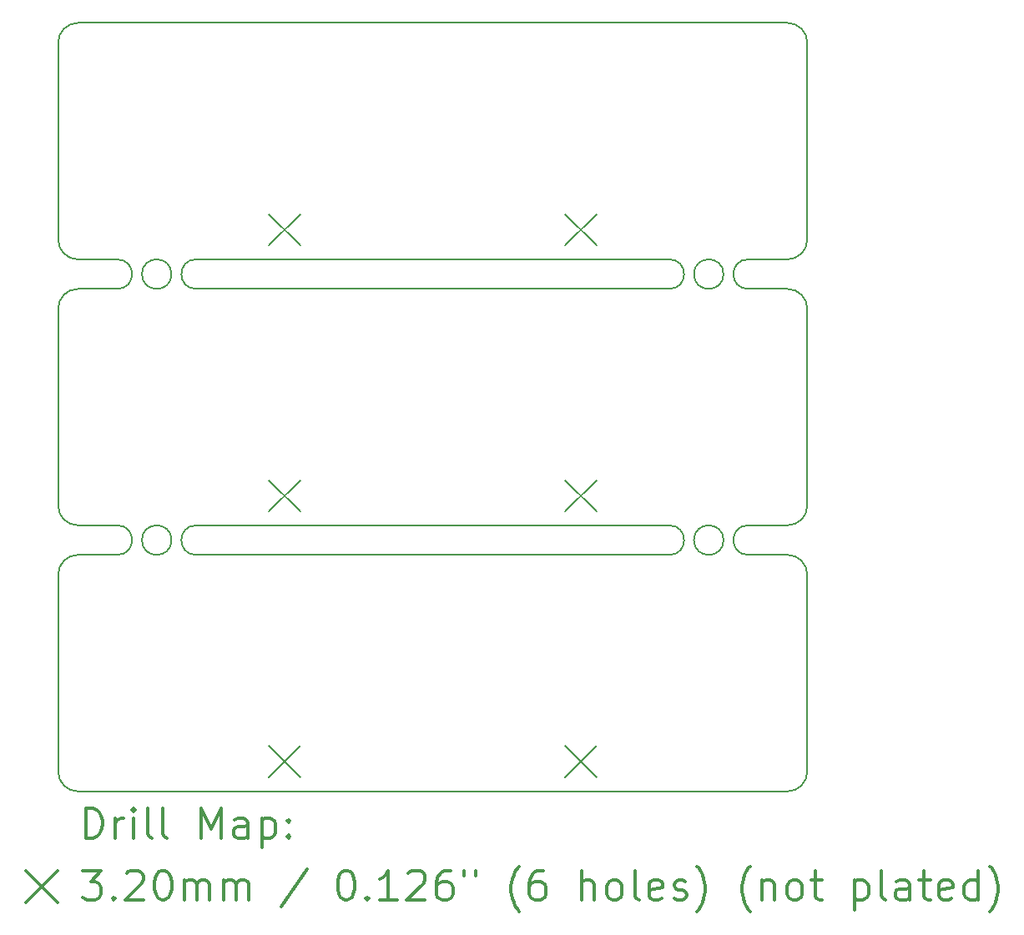
<source format=gbr>
%FSLAX45Y45*%
G04 Gerber Fmt 4.5, Leading zero omitted, Abs format (unit mm)*
G04 Created by KiCad (PCBNEW (5.0.2)-1) date 2019/08/20 1:56:54*
%MOMM*%
%LPD*%
G01*
G04 APERTURE LIST*
%ADD10C,0.150000*%
%ADD11C,0.200000*%
%ADD12C,0.300000*%
G04 APERTURE END LIST*
D10*
X12400000Y-11100000D02*
X17200000Y-11100000D01*
X12400000Y-11400000D02*
X17200000Y-11400000D01*
X18000000Y-11400000D02*
X18400000Y-11400000D01*
X18000000Y-11100000D02*
X18400000Y-11100000D01*
X17200000Y-11100000D02*
G75*
G02X17200000Y-11400000I0J-150000D01*
G01*
X18000000Y-11400000D02*
G75*
G02X18000000Y-11100000I0J150000D01*
G01*
X17750000Y-11250000D02*
G75*
G03X17750000Y-11250000I-150000J0D01*
G01*
X12400000Y-11400000D02*
G75*
G02X12400000Y-11100000I0J150000D01*
G01*
X12150000Y-11250000D02*
G75*
G03X12150000Y-11250000I-150000J0D01*
G01*
X11600000Y-11100000D02*
G75*
G02X11600000Y-11400000I0J-150000D01*
G01*
X12400000Y-8700000D02*
X17200000Y-8700000D01*
X12400000Y-8400000D02*
X17200000Y-8400000D01*
X12400000Y-8700000D02*
G75*
G02X12400000Y-8400000I0J150000D01*
G01*
X11600000Y-8400000D02*
G75*
G02X11600000Y-8700000I0J-150000D01*
G01*
X12150000Y-8550000D02*
G75*
G03X12150000Y-8550000I-150000J0D01*
G01*
X18000000Y-8700000D02*
X18400000Y-8700000D01*
X18000000Y-8400000D02*
X18400000Y-8400000D01*
X17200000Y-8400000D02*
G75*
G02X17200000Y-8700000I0J-150000D01*
G01*
X17750000Y-8550000D02*
G75*
G03X17750000Y-8550000I-150000J0D01*
G01*
X18000000Y-8700000D02*
G75*
G02X18000000Y-8400000I0J150000D01*
G01*
X11000000Y-11600000D02*
X11000000Y-13600000D01*
X11000000Y-8900000D02*
X11000000Y-10900000D01*
X18600000Y-11600000D02*
X18600000Y-13600000D01*
X18600000Y-8900000D02*
X18600000Y-10900000D01*
X11200000Y-11400000D02*
X11600000Y-11400000D01*
X11200000Y-8700000D02*
X11600000Y-8700000D01*
X11200000Y-13800000D02*
X18400000Y-13800000D01*
X11200000Y-11100000D02*
X11600000Y-11100000D01*
X18400000Y-11400000D02*
G75*
G02X18600000Y-11600000I0J-200000D01*
G01*
X18400000Y-8700000D02*
G75*
G02X18600000Y-8900000I0J-200000D01*
G01*
X11000000Y-11600000D02*
G75*
G02X11200000Y-11400000I200000J0D01*
G01*
X11000000Y-8900000D02*
G75*
G02X11200000Y-8700000I200000J0D01*
G01*
X11200000Y-13800000D02*
G75*
G02X11000000Y-13600000I0J200000D01*
G01*
X11200000Y-11100000D02*
G75*
G02X11000000Y-10900000I0J200000D01*
G01*
X18600000Y-13600000D02*
G75*
G02X18400000Y-13800000I-200000J0D01*
G01*
X18600000Y-10900000D02*
G75*
G02X18400000Y-11100000I-200000J0D01*
G01*
X18600000Y-8200000D02*
G75*
G02X18400000Y-8400000I-200000J0D01*
G01*
X11200000Y-8400000D02*
G75*
G02X11000000Y-8200000I0J200000D01*
G01*
X11000000Y-6200000D02*
G75*
G02X11200000Y-6000000I200000J0D01*
G01*
X18400000Y-6000000D02*
G75*
G02X18600000Y-6200000I0J-200000D01*
G01*
X18600000Y-6200000D02*
X18600000Y-8200000D01*
X11000000Y-6200000D02*
X11000000Y-8200000D01*
X11200000Y-6000000D02*
X18400000Y-6000000D01*
X11200000Y-8400000D02*
X11600000Y-8400000D01*
D11*
X16140000Y-7940000D02*
X16460000Y-8260000D01*
X16460000Y-7940000D02*
X16140000Y-8260000D01*
X16140000Y-10640000D02*
X16460000Y-10960000D01*
X16460000Y-10640000D02*
X16140000Y-10960000D01*
X13140000Y-13340000D02*
X13460000Y-13660000D01*
X13460000Y-13340000D02*
X13140000Y-13660000D01*
X13140000Y-7940000D02*
X13460000Y-8260000D01*
X13460000Y-7940000D02*
X13140000Y-8260000D01*
X16140000Y-13340000D02*
X16460000Y-13660000D01*
X16460000Y-13340000D02*
X16140000Y-13660000D01*
X13140000Y-10640000D02*
X13460000Y-10960000D01*
X13460000Y-10640000D02*
X13140000Y-10960000D01*
D12*
X11278928Y-14273214D02*
X11278928Y-13973214D01*
X11350357Y-13973214D01*
X11393214Y-13987500D01*
X11421786Y-14016071D01*
X11436071Y-14044643D01*
X11450357Y-14101786D01*
X11450357Y-14144643D01*
X11436071Y-14201786D01*
X11421786Y-14230357D01*
X11393214Y-14258929D01*
X11350357Y-14273214D01*
X11278928Y-14273214D01*
X11578928Y-14273214D02*
X11578928Y-14073214D01*
X11578928Y-14130357D02*
X11593214Y-14101786D01*
X11607500Y-14087500D01*
X11636071Y-14073214D01*
X11664643Y-14073214D01*
X11764643Y-14273214D02*
X11764643Y-14073214D01*
X11764643Y-13973214D02*
X11750357Y-13987500D01*
X11764643Y-14001786D01*
X11778928Y-13987500D01*
X11764643Y-13973214D01*
X11764643Y-14001786D01*
X11950357Y-14273214D02*
X11921786Y-14258929D01*
X11907500Y-14230357D01*
X11907500Y-13973214D01*
X12107500Y-14273214D02*
X12078928Y-14258929D01*
X12064643Y-14230357D01*
X12064643Y-13973214D01*
X12450357Y-14273214D02*
X12450357Y-13973214D01*
X12550357Y-14187500D01*
X12650357Y-13973214D01*
X12650357Y-14273214D01*
X12921786Y-14273214D02*
X12921786Y-14116071D01*
X12907500Y-14087500D01*
X12878928Y-14073214D01*
X12821786Y-14073214D01*
X12793214Y-14087500D01*
X12921786Y-14258929D02*
X12893214Y-14273214D01*
X12821786Y-14273214D01*
X12793214Y-14258929D01*
X12778928Y-14230357D01*
X12778928Y-14201786D01*
X12793214Y-14173214D01*
X12821786Y-14158929D01*
X12893214Y-14158929D01*
X12921786Y-14144643D01*
X13064643Y-14073214D02*
X13064643Y-14373214D01*
X13064643Y-14087500D02*
X13093214Y-14073214D01*
X13150357Y-14073214D01*
X13178928Y-14087500D01*
X13193214Y-14101786D01*
X13207500Y-14130357D01*
X13207500Y-14216071D01*
X13193214Y-14244643D01*
X13178928Y-14258929D01*
X13150357Y-14273214D01*
X13093214Y-14273214D01*
X13064643Y-14258929D01*
X13336071Y-14244643D02*
X13350357Y-14258929D01*
X13336071Y-14273214D01*
X13321786Y-14258929D01*
X13336071Y-14244643D01*
X13336071Y-14273214D01*
X13336071Y-14087500D02*
X13350357Y-14101786D01*
X13336071Y-14116071D01*
X13321786Y-14101786D01*
X13336071Y-14087500D01*
X13336071Y-14116071D01*
X10672500Y-14607500D02*
X10992500Y-14927500D01*
X10992500Y-14607500D02*
X10672500Y-14927500D01*
X11250357Y-14603214D02*
X11436071Y-14603214D01*
X11336071Y-14717500D01*
X11378928Y-14717500D01*
X11407500Y-14731786D01*
X11421786Y-14746071D01*
X11436071Y-14774643D01*
X11436071Y-14846071D01*
X11421786Y-14874643D01*
X11407500Y-14888929D01*
X11378928Y-14903214D01*
X11293214Y-14903214D01*
X11264643Y-14888929D01*
X11250357Y-14874643D01*
X11564643Y-14874643D02*
X11578928Y-14888929D01*
X11564643Y-14903214D01*
X11550357Y-14888929D01*
X11564643Y-14874643D01*
X11564643Y-14903214D01*
X11693214Y-14631786D02*
X11707500Y-14617500D01*
X11736071Y-14603214D01*
X11807500Y-14603214D01*
X11836071Y-14617500D01*
X11850357Y-14631786D01*
X11864643Y-14660357D01*
X11864643Y-14688929D01*
X11850357Y-14731786D01*
X11678928Y-14903214D01*
X11864643Y-14903214D01*
X12050357Y-14603214D02*
X12078928Y-14603214D01*
X12107500Y-14617500D01*
X12121786Y-14631786D01*
X12136071Y-14660357D01*
X12150357Y-14717500D01*
X12150357Y-14788929D01*
X12136071Y-14846071D01*
X12121786Y-14874643D01*
X12107500Y-14888929D01*
X12078928Y-14903214D01*
X12050357Y-14903214D01*
X12021786Y-14888929D01*
X12007500Y-14874643D01*
X11993214Y-14846071D01*
X11978928Y-14788929D01*
X11978928Y-14717500D01*
X11993214Y-14660357D01*
X12007500Y-14631786D01*
X12021786Y-14617500D01*
X12050357Y-14603214D01*
X12278928Y-14903214D02*
X12278928Y-14703214D01*
X12278928Y-14731786D02*
X12293214Y-14717500D01*
X12321786Y-14703214D01*
X12364643Y-14703214D01*
X12393214Y-14717500D01*
X12407500Y-14746071D01*
X12407500Y-14903214D01*
X12407500Y-14746071D02*
X12421786Y-14717500D01*
X12450357Y-14703214D01*
X12493214Y-14703214D01*
X12521786Y-14717500D01*
X12536071Y-14746071D01*
X12536071Y-14903214D01*
X12678928Y-14903214D02*
X12678928Y-14703214D01*
X12678928Y-14731786D02*
X12693214Y-14717500D01*
X12721786Y-14703214D01*
X12764643Y-14703214D01*
X12793214Y-14717500D01*
X12807500Y-14746071D01*
X12807500Y-14903214D01*
X12807500Y-14746071D02*
X12821786Y-14717500D01*
X12850357Y-14703214D01*
X12893214Y-14703214D01*
X12921786Y-14717500D01*
X12936071Y-14746071D01*
X12936071Y-14903214D01*
X13521786Y-14588929D02*
X13264643Y-14974643D01*
X13907500Y-14603214D02*
X13936071Y-14603214D01*
X13964643Y-14617500D01*
X13978928Y-14631786D01*
X13993214Y-14660357D01*
X14007500Y-14717500D01*
X14007500Y-14788929D01*
X13993214Y-14846071D01*
X13978928Y-14874643D01*
X13964643Y-14888929D01*
X13936071Y-14903214D01*
X13907500Y-14903214D01*
X13878928Y-14888929D01*
X13864643Y-14874643D01*
X13850357Y-14846071D01*
X13836071Y-14788929D01*
X13836071Y-14717500D01*
X13850357Y-14660357D01*
X13864643Y-14631786D01*
X13878928Y-14617500D01*
X13907500Y-14603214D01*
X14136071Y-14874643D02*
X14150357Y-14888929D01*
X14136071Y-14903214D01*
X14121786Y-14888929D01*
X14136071Y-14874643D01*
X14136071Y-14903214D01*
X14436071Y-14903214D02*
X14264643Y-14903214D01*
X14350357Y-14903214D02*
X14350357Y-14603214D01*
X14321786Y-14646071D01*
X14293214Y-14674643D01*
X14264643Y-14688929D01*
X14550357Y-14631786D02*
X14564643Y-14617500D01*
X14593214Y-14603214D01*
X14664643Y-14603214D01*
X14693214Y-14617500D01*
X14707500Y-14631786D01*
X14721786Y-14660357D01*
X14721786Y-14688929D01*
X14707500Y-14731786D01*
X14536071Y-14903214D01*
X14721786Y-14903214D01*
X14978928Y-14603214D02*
X14921786Y-14603214D01*
X14893214Y-14617500D01*
X14878928Y-14631786D01*
X14850357Y-14674643D01*
X14836071Y-14731786D01*
X14836071Y-14846071D01*
X14850357Y-14874643D01*
X14864643Y-14888929D01*
X14893214Y-14903214D01*
X14950357Y-14903214D01*
X14978928Y-14888929D01*
X14993214Y-14874643D01*
X15007500Y-14846071D01*
X15007500Y-14774643D01*
X14993214Y-14746071D01*
X14978928Y-14731786D01*
X14950357Y-14717500D01*
X14893214Y-14717500D01*
X14864643Y-14731786D01*
X14850357Y-14746071D01*
X14836071Y-14774643D01*
X15121786Y-14603214D02*
X15121786Y-14660357D01*
X15236071Y-14603214D02*
X15236071Y-14660357D01*
X15678928Y-15017500D02*
X15664643Y-15003214D01*
X15636071Y-14960357D01*
X15621786Y-14931786D01*
X15607500Y-14888929D01*
X15593214Y-14817500D01*
X15593214Y-14760357D01*
X15607500Y-14688929D01*
X15621786Y-14646071D01*
X15636071Y-14617500D01*
X15664643Y-14574643D01*
X15678928Y-14560357D01*
X15921786Y-14603214D02*
X15864643Y-14603214D01*
X15836071Y-14617500D01*
X15821786Y-14631786D01*
X15793214Y-14674643D01*
X15778928Y-14731786D01*
X15778928Y-14846071D01*
X15793214Y-14874643D01*
X15807500Y-14888929D01*
X15836071Y-14903214D01*
X15893214Y-14903214D01*
X15921786Y-14888929D01*
X15936071Y-14874643D01*
X15950357Y-14846071D01*
X15950357Y-14774643D01*
X15936071Y-14746071D01*
X15921786Y-14731786D01*
X15893214Y-14717500D01*
X15836071Y-14717500D01*
X15807500Y-14731786D01*
X15793214Y-14746071D01*
X15778928Y-14774643D01*
X16307500Y-14903214D02*
X16307500Y-14603214D01*
X16436071Y-14903214D02*
X16436071Y-14746071D01*
X16421786Y-14717500D01*
X16393214Y-14703214D01*
X16350357Y-14703214D01*
X16321786Y-14717500D01*
X16307500Y-14731786D01*
X16621786Y-14903214D02*
X16593214Y-14888929D01*
X16578928Y-14874643D01*
X16564643Y-14846071D01*
X16564643Y-14760357D01*
X16578928Y-14731786D01*
X16593214Y-14717500D01*
X16621786Y-14703214D01*
X16664643Y-14703214D01*
X16693214Y-14717500D01*
X16707500Y-14731786D01*
X16721786Y-14760357D01*
X16721786Y-14846071D01*
X16707500Y-14874643D01*
X16693214Y-14888929D01*
X16664643Y-14903214D01*
X16621786Y-14903214D01*
X16893214Y-14903214D02*
X16864643Y-14888929D01*
X16850357Y-14860357D01*
X16850357Y-14603214D01*
X17121786Y-14888929D02*
X17093214Y-14903214D01*
X17036071Y-14903214D01*
X17007500Y-14888929D01*
X16993214Y-14860357D01*
X16993214Y-14746071D01*
X17007500Y-14717500D01*
X17036071Y-14703214D01*
X17093214Y-14703214D01*
X17121786Y-14717500D01*
X17136071Y-14746071D01*
X17136071Y-14774643D01*
X16993214Y-14803214D01*
X17250357Y-14888929D02*
X17278928Y-14903214D01*
X17336071Y-14903214D01*
X17364643Y-14888929D01*
X17378928Y-14860357D01*
X17378928Y-14846071D01*
X17364643Y-14817500D01*
X17336071Y-14803214D01*
X17293214Y-14803214D01*
X17264643Y-14788929D01*
X17250357Y-14760357D01*
X17250357Y-14746071D01*
X17264643Y-14717500D01*
X17293214Y-14703214D01*
X17336071Y-14703214D01*
X17364643Y-14717500D01*
X17478928Y-15017500D02*
X17493214Y-15003214D01*
X17521786Y-14960357D01*
X17536071Y-14931786D01*
X17550357Y-14888929D01*
X17564643Y-14817500D01*
X17564643Y-14760357D01*
X17550357Y-14688929D01*
X17536071Y-14646071D01*
X17521786Y-14617500D01*
X17493214Y-14574643D01*
X17478928Y-14560357D01*
X18021786Y-15017500D02*
X18007500Y-15003214D01*
X17978928Y-14960357D01*
X17964643Y-14931786D01*
X17950357Y-14888929D01*
X17936071Y-14817500D01*
X17936071Y-14760357D01*
X17950357Y-14688929D01*
X17964643Y-14646071D01*
X17978928Y-14617500D01*
X18007500Y-14574643D01*
X18021786Y-14560357D01*
X18136071Y-14703214D02*
X18136071Y-14903214D01*
X18136071Y-14731786D02*
X18150357Y-14717500D01*
X18178928Y-14703214D01*
X18221786Y-14703214D01*
X18250357Y-14717500D01*
X18264643Y-14746071D01*
X18264643Y-14903214D01*
X18450357Y-14903214D02*
X18421786Y-14888929D01*
X18407500Y-14874643D01*
X18393214Y-14846071D01*
X18393214Y-14760357D01*
X18407500Y-14731786D01*
X18421786Y-14717500D01*
X18450357Y-14703214D01*
X18493214Y-14703214D01*
X18521786Y-14717500D01*
X18536071Y-14731786D01*
X18550357Y-14760357D01*
X18550357Y-14846071D01*
X18536071Y-14874643D01*
X18521786Y-14888929D01*
X18493214Y-14903214D01*
X18450357Y-14903214D01*
X18636071Y-14703214D02*
X18750357Y-14703214D01*
X18678928Y-14603214D02*
X18678928Y-14860357D01*
X18693214Y-14888929D01*
X18721786Y-14903214D01*
X18750357Y-14903214D01*
X19078928Y-14703214D02*
X19078928Y-15003214D01*
X19078928Y-14717500D02*
X19107500Y-14703214D01*
X19164643Y-14703214D01*
X19193214Y-14717500D01*
X19207500Y-14731786D01*
X19221786Y-14760357D01*
X19221786Y-14846071D01*
X19207500Y-14874643D01*
X19193214Y-14888929D01*
X19164643Y-14903214D01*
X19107500Y-14903214D01*
X19078928Y-14888929D01*
X19393214Y-14903214D02*
X19364643Y-14888929D01*
X19350357Y-14860357D01*
X19350357Y-14603214D01*
X19636071Y-14903214D02*
X19636071Y-14746071D01*
X19621786Y-14717500D01*
X19593214Y-14703214D01*
X19536071Y-14703214D01*
X19507500Y-14717500D01*
X19636071Y-14888929D02*
X19607500Y-14903214D01*
X19536071Y-14903214D01*
X19507500Y-14888929D01*
X19493214Y-14860357D01*
X19493214Y-14831786D01*
X19507500Y-14803214D01*
X19536071Y-14788929D01*
X19607500Y-14788929D01*
X19636071Y-14774643D01*
X19736071Y-14703214D02*
X19850357Y-14703214D01*
X19778928Y-14603214D02*
X19778928Y-14860357D01*
X19793214Y-14888929D01*
X19821786Y-14903214D01*
X19850357Y-14903214D01*
X20064643Y-14888929D02*
X20036071Y-14903214D01*
X19978928Y-14903214D01*
X19950357Y-14888929D01*
X19936071Y-14860357D01*
X19936071Y-14746071D01*
X19950357Y-14717500D01*
X19978928Y-14703214D01*
X20036071Y-14703214D01*
X20064643Y-14717500D01*
X20078928Y-14746071D01*
X20078928Y-14774643D01*
X19936071Y-14803214D01*
X20336071Y-14903214D02*
X20336071Y-14603214D01*
X20336071Y-14888929D02*
X20307500Y-14903214D01*
X20250357Y-14903214D01*
X20221786Y-14888929D01*
X20207500Y-14874643D01*
X20193214Y-14846071D01*
X20193214Y-14760357D01*
X20207500Y-14731786D01*
X20221786Y-14717500D01*
X20250357Y-14703214D01*
X20307500Y-14703214D01*
X20336071Y-14717500D01*
X20450357Y-15017500D02*
X20464643Y-15003214D01*
X20493214Y-14960357D01*
X20507500Y-14931786D01*
X20521786Y-14888929D01*
X20536071Y-14817500D01*
X20536071Y-14760357D01*
X20521786Y-14688929D01*
X20507500Y-14646071D01*
X20493214Y-14617500D01*
X20464643Y-14574643D01*
X20450357Y-14560357D01*
M02*

</source>
